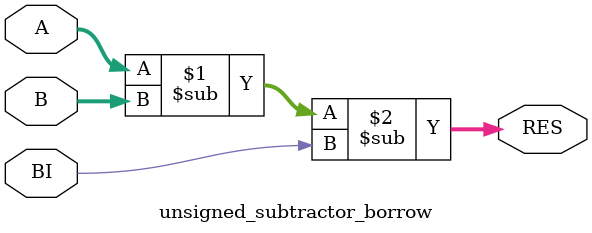
<source format=v>
`timescale 1ns / 1ps

module unsigned_subtractor_borrow(
    input [7:0] A,
    input [7:0] B,
    input BI,
    output [7:0] RES
    );
	 
	 assign RES = A - B - BI;

endmodule

</source>
